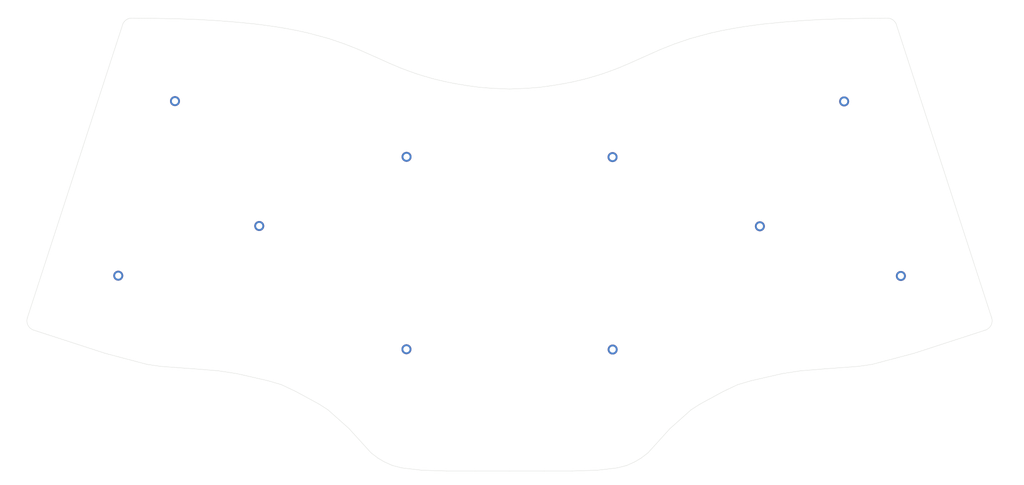
<source format=kicad_pcb>
(kicad_pcb (version 20211014) (generator pcbnew)
  (layers (0 "F.Cu" signal) (31 "B.Cu" signal) (34 "B.Paste" user) (35 "F.Paste" user) (36 "B.SilkS" user "B.Silkscreen") (37 "F.SilkS" user "F.Silkscreen") (38 "B.Mask" user) (39 "F.Mask" user) (44 "Edge.Cuts" user))
  (net 0 "")
  (net 1 "GND")
  (footprint "" (layer "F.Cu") (at 319.760783 59.788673 18)
    (fp_text reference "" (at 0 0 18) (layer "F.SilkS") (effects (font (size 1.27 1.27))))
    (fp_text value "" (at 0 0 18) (layer "F.SilkS") (effects (font (size 1.27 1.27))))
    (pad "" thru_hole circle locked (at 0 0 108) (size 3.2 3.2) (drill 2) (layers *.Cu *.Mask "Dwgs.User") (clearance 0.3))
  )
  (footprint "" (layer "F.Cu") (at 337.960725 115.802333 18)
    (fp_text reference "" (at 0 0 18) (layer "F.SilkS") (effects (font (size 1.27 1.27))))
    (fp_text value "" (at 0 0 18) (layer "F.SilkS") (effects (font (size 1.27 1.27))))
    (pad "" thru_hole circle locked (at 0 0 108) (size 3.2 3.2) (drill 2) (layers *.Cu *.Mask "Dwgs.User") (clearance 0.3))
  )
  (footprint "" (layer "F.Cu") (at 245.445569 77.658341 18)
    (fp_text reference "" (at 0 0 18) (layer "F.SilkS") (effects (font (size 1.27 1.27))))
    (fp_text value "" (at 0 0 18) (layer "F.SilkS") (effects (font (size 1.27 1.27))))
    (pad "" thru_hole circle locked (at 0 0 108) (size 3.2 3.2) (drill 2) (layers *.Cu *.Mask "Dwgs.User") (clearance 0.3))
  )
  (footprint "" (layer "F.Cu") (at 292.718523 99.855343 18)
    (fp_text reference "" (at 0 0 18) (layer "F.SilkS") (effects (font (size 1.27 1.27))))
    (fp_text value "" (at 0 0 18) (layer "F.SilkS") (effects (font (size 1.27 1.27))))
    (pad "" thru_hole circle locked (at 0 0 108) (size 3.2 3.2) (drill 2) (layers *.Cu *.Mask "Dwgs.User") (clearance 0.3))
  )
  (footprint "" (layer "F.Cu") (at 245.478828 139.407797 18)
    (fp_text reference "" (at 0 0 18) (layer "F.SilkS") (effects (font (size 1.27 1.27))))
    (fp_text value "" (at 0 0 18) (layer "F.SilkS") (effects (font (size 1.27 1.27))))
    (pad "" thru_hole circle locked (at 0 0 108) (size 3.2 3.2) (drill 2) (layers *.Cu *.Mask "Dwgs.User") (clearance 0.3))
  )
  (footprint "" (layer "B.Cu") (at 179.339986 77.567254 162)
    (fp_text reference "" (at 0 0 162) (layer "B.SilkS") (effects (font (size 1.27 1.27)) (justify mirror)))
    (fp_text value "" (at 0 0 162) (layer "B.SilkS") (effects (font (size 1.27 1.27)) (justify mirror)))
    (pad "" thru_hole circle locked (at 0 0 252) (size 3.2 3.2) (drill 2) (layers *.Cu *.Mask "Dwgs.User") (clearance 0.3))
  )
  (footprint "" (layer "B.Cu") (at 179.306725 139.316714 162)
    (fp_text reference "" (at 0 0 162) (layer "B.SilkS") (effects (font (size 1.27 1.27)) (justify mirror)))
    (fp_text value "" (at 0 0 162) (layer "B.SilkS") (effects (font (size 1.27 1.27)) (justify mirror)))
    (pad "" thru_hole circle locked (at 0 0 252) (size 3.2 3.2) (drill 2) (layers *.Cu *.Mask "Dwgs.User") (clearance 0.3))
  )
  (footprint "" (layer "B.Cu") (at 105.024771 59.697588 162)
    (fp_text reference "" (at 0 0 162) (layer "B.SilkS") (effects (font (size 1.27 1.27)) (justify mirror)))
    (fp_text value "" (at 0 0 162) (layer "B.SilkS") (effects (font (size 1.27 1.27)) (justify mirror)))
    (pad "" thru_hole circle locked (at 0 0 252) (size 3.2 3.2) (drill 2) (layers *.Cu *.Mask "Dwgs.User") (clearance 0.3))
  )
  (footprint "" (layer "B.Cu") (at 132.067033 99.76426 162)
    (fp_text reference "" (at 0 0 162) (layer "B.SilkS") (effects (font (size 1.27 1.27)) (justify mirror)))
    (fp_text value "" (at 0 0 162) (layer "B.SilkS") (effects (font (size 1.27 1.27)) (justify mirror)))
    (pad "" thru_hole circle locked (at 0 0 252) (size 3.2 3.2) (drill 2) (layers *.Cu *.Mask "Dwgs.User") (clearance 0.3))
  )
  (footprint "" (layer "B.Cu") (at 86.82483 115.71125 162)
    (fp_text reference "" (at 0 0 162) (layer "B.SilkS") (effects (font (size 1.27 1.27)) (justify mirror)))
    (fp_text value "" (at 0 0 162) (layer "B.SilkS") (effects (font (size 1.27 1.27)) (justify mirror)))
    (pad "" thru_hole circle locked (at 0 0 252) (size 3.2 3.2) (drill 2) (layers *.Cu *.Mask "Dwgs.User") (clearance 0.3))
  )
  (gr_line (start 202.623624 55.245565) (end 206.543159 55.56416) (layer "Edge.Cuts") (width 0.099999))
  (gr_line (start 335.594245 33.76461) (end 335.84821 34.018616) (layer "Edge.Cuts") (width 0.099999))
  (gr_line (start 150.620767 38.596805) (end 154.39563 39.624819) (layer "Edge.Cuts") (width 0.099999))
  (gr_line (start 318.041316 33.301431) (end 326.168503 33.130504) (layer "Edge.Cuts") (width 0.099999))
  (gr_line (start 285.593176 150.680249) (end 289.91178 149.412899) (layer "Edge.Cuts") (width 0.099999))
  (gr_line (start 246.906225 177.388368) (end 240.572823 178.138207) (layer "Edge.Cuts") (width 0.1))
  (gr_line (start 154.125063 158.757441) (end 157.833466 162.059445) (layer "Edge.Cuts") (width 0.099999))
  (gr_line (start 261.082017 43.015155) (end 263.211641 42.17455) (layer "Edge.Cuts") (width 0.099999))
  (gr_line (start 336.305396 34.628212) (end 336.457832 34.933011) (layer "Edge.Cuts") (width 0.099999))
  (gr_line (start 169.928288 45.786137) (end 173.929055 47.584946) (layer "Edge.Cuts") (width 0.099999))
  (gr_line (start 212.378814 178.392208) (end 201.202818 178.392208) (layer "Edge.Cuts") (width 0.1))
  (gr_line (start 281.021155 152.839245) (end 285.593176 150.680249) (layer "Edge.Cuts") (width 0.099999))
  (gr_line (start 313.533179 145.600245) (end 316.708354 145.375559) (layer "Edge.Cuts") (width 0.099999))
  (gr_line (start 326.168503 33.130504) (end 331.122863 33.075925) (layer "Edge.Cuts") (width 0.099999))
  (gr_line (start 305.786351 146.23756) (end 299.944157 147.124248) (layer "Edge.Cuts") (width 0.099999))
  (gr_line (start 313.533179 145.600245) (end 305.786351 146.23756) (layer "Edge.Cuts") (width 0.099999))
  (gr_line (start 250.828584 47.584945) (end 254.829351 45.786136) (layer "Edge.Cuts") (width 0.099999))
  (gr_line (start 293.955467 34.947131) (end 300.16032 34.338352) (layer "Edge.Cuts") (width 0.099999))
  (gr_line (start 82.585873 140.616654) (end 96.047873 144.172653) (layer "Edge.Cuts") (width 0.1))
  (gr_line (start 187.980618 52.548177) (end 191.760136 53.449279) (layer "Edge.Cuts") (width 0.099999))
  (gr_arc (start 59.740927 133.193879) (mid 57.867814 131.633427) (end 57.669445 129.203568) (layer "Edge.Cuts") (width 0.1))
  (gr_line (start 140.283566 36.311482) (end 144.448464 37.099625) (layer "Edge.Cuts") (width 0.099999))
  (gr_line (start 254.575578 174.26224) (end 256.812225 172.562369) (layer "Edge.Cuts") (width 0.099999))
  (gr_line (start 335.84821 34.018616) (end 336.102241 34.323409) (layer "Edge.Cuts") (width 0.099999))
  (gr_line (start 244.942696 49.961219) (end 247.199249 49.115966) (layer "Edge.Cuts") (width 0.099999))
  (gr_line (start 106.716321 33.30143) (end 112.55438 33.515506) (layer "Edge.Cuts") (width 0.099999))
  (gr_line (start 163.675623 43.015154) (end 166.176695 44.123543) (layer "Edge.Cuts") (width 0.099999))
  (gr_line (start 90.94141 33.053409) (end 93.634775 33.075925) (layer "Edge.Cuts") (width 0.099999))
  (gr_line (start 112.55438 33.515506) (end 118.514711 33.86114) (layer "Edge.Cuts") (width 0.099999))
  (gr_line (start 328.709765 144.172651) (end 342.171766 140.616653) (layer "Edge.Cuts") (width 0.1))
  (gr_line (start 194.914394 54.073282) (end 198.830127 54.72521) (layer "Edge.Cuts") (width 0.099999))
  (gr_line (start 270.362009 39.624821) (end 274.136873 38.596806) (layer "Edge.Cuts") (width 0.099999))
  (gr_line (start 218.227159 55.564158) (end 222.134016 55.245564) (layer "Edge.Cuts") (width 0.099999))
  (gr_line (start 174.803402 176.62638) (end 177.851413 177.388368) (layer "Edge.Cuts") (width 0.099999))
  (gr_line (start 249.954239 176.626377) (end 252.59584 175.432577) (layer "Edge.Cuts") (width 0.099999))
  (gr_line (start 124.81348 147.124248) (end 118.971286 146.237562) (layer "Edge.Cuts") (width 0.099999))
  (gr_line (start 124.597317 34.338352) (end 130.802169 34.947131) (layer "Edge.Cuts") (width 0.099999))
  (gr_line (start 334.832218 33.307416) (end 335.238623 33.51061) (layer "Edge.Cuts") (width 0.099999))
  (gr_line (start 108.049284 145.37556) (end 111.224462 145.600244) (layer "Edge.Cuts") (width 0.099999))
  (gr_line (start 159.416372 41.333948) (end 161.545997 42.174554) (layer "Edge.Cuts") (width 0.099999))
  (gr_line (start 144.448464 37.099625) (end 147.851906 37.859846) (layer "Edge.Cuts") (width 0.099999))
  (gr_line (start 236.777017 52.548177) (end 239.795052 51.674998) (layer "Edge.Cuts") (width 0.099999))
  (gr_line (start 225.927509 54.72521) (end 229.843246 54.073282) (layer "Edge.Cuts") (width 0.099999))
  (gr_line (start 336.457832 34.933011) (end 360.004928 107.403517) (layer "Edge.Cuts") (width 0.1))
  (gr_line (start 184.184817 178.13821) (end 177.851413 177.388368) (layer "Edge.Cuts") (width 0.1))
  (gr_line (start 179.814943 49.96122) (end 182.574483 50.95201) (layer "Edge.Cuts") (width 0.099999))
  (gr_line (start 151.280278 156.928647) (end 154.125063 158.757441) (layer "Edge.Cuts") (width 0.099999))
  (gr_line (start 151.280278 156.928647) (end 143.737369 152.83758) (layer "Edge.Cuts") (width 0.099999))
  (gr_line (start 306.242928 33.861141) (end 312.20326 33.515505) (layer "Edge.Cuts") (width 0.099999))
  (gr_line (start 88.299805 34.933008) (end 88.452241 34.628213) (layer "Edge.Cuts") (width 0.099999))
  (gr_line (start 89.925419 33.307414) (end 90.331821 33.155013) (layer "Edge.Cuts") (width 0.099999))
  (gr_line (start 172.1618 175.432576) (end 174.803402 176.62638) (layer "Edge.Cuts") (width 0.099999))
  (gr_line (start 239.795052 51.674998) (end 242.183157 50.952008) (layer "Edge.Cuts") (width 0.099999))
  (gr_line (start 167.945413 172.562368) (end 160.881488 164.777232) (layer "Edge.Cuts") (width 0.1))
  (gr_line (start 254.829351 45.786136) (end 258.580943 44.123545) (layer "Edge.Cuts") (width 0.099999))
  (gr_line (start 198.830127 54.72521) (end 202.623624 55.245565) (layer "Edge.Cuts") (width 0.099999))
  (gr_line (start 324.288351 144.81556) (end 328.709765 144.172651) (layer "Edge.Cuts") (width 0.1))
  (gr_line (start 300.16032 34.338352) (end 306.242928 33.861141) (layer "Edge.Cuts") (width 0.099999))
  (gr_line (start 258.580943 44.123545) (end 261.082017 43.015155) (layer "Edge.Cuts") (width 0.099999))
  (gr_line (start 89.163395 33.76461) (end 89.519015 33.510612) (layer "Edge.Cuts") (width 0.099999))
  (gr_line (start 299.944157 147.124248) (end 289.91178 149.412899) (layer "Edge.Cuts") (width 0.099999))
  (gr_line (start 333.81623 33.053409) (end 334.425819 33.155011) (layer "Edge.Cuts") (width 0.099999))
  (gr_line (start 118.514711 33.86114) (end 124.597317 34.338352) (layer "Edge.Cuts") (width 0.099999))
  (gr_line (start 88.909428 34.018612) (end 89.163395 33.76461) (layer "Edge.Cuts") (width 0.099999))
  (gr_line (start 223.554822 178.392207) (end 212.37882 178.392209) (layer "Edge.Cuts") (width 0.1))
  (gr_line (start 291.172649 35.303345) (end 293.955467 34.947131) (layer "Edge.Cuts") (width 0.099999))
  (gr_line (start 157.833466 162.059445) (end 160.881488 164.777232) (layer "Edge.Cuts") (width 0.099999))
  (gr_line (start 266.924169 162.059442) (end 270.632574 158.757441) (layer "Edge.Cuts") (width 0.099999))
  (gr_line (start 192.312814 178.392208) (end 184.184817 178.13821) (layer "Edge.Cuts") (width 0.1))
  (gr_line (start 335.238623 33.51061) (end 335.594245 33.76461) (layer "Edge.Cuts") (width 0.099999))
  (gr_line (start 98.589134 33.130506) (end 106.716321 33.30143) (layer "Edge.Cuts") (width 0.099999))
  (gr_line (start 134.845862 149.4129) (end 124.81348 147.124248) (layer "Edge.Cuts") (width 0.099999))
  (gr_line (start 240.572823 178.138207) (end 232.44482 178.392209) (layer "Edge.Cuts") (width 0.1))
  (gr_line (start 134.845862 149.4129) (end 139.164462 150.680249) (layer "Edge.Cuts") (width 0.099999))
  (gr_arc (start 367.088194 129.203569) (mid 366.889825 131.633424) (end 365.016716 133.193877) (layer "Edge.Cuts") (width 0.1))
  (gr_line (start 242.183157 50.952008) (end 244.942696 49.961219) (layer "Edge.Cuts") (width 0.099999))
  (gr_line (start 166.176695 44.123543) (end 169.928288 45.786137) (layer "Edge.Cuts") (width 0.099999))
  (gr_line (start 64.752712 107.403517) (end 88.299805 34.933008) (layer "Edge.Cuts") (width 0.1))
  (gr_line (start 316.708354 145.375559) (end 324.288351 144.81556) (layer "Edge.Cuts") (width 0.1))
  (gr_line (start 59.740927 133.193879) (end 64.468246 134.729879) (layer "Edge.Cuts") (width 0.1))
  (gr_line (start 100.469285 144.81556) (end 108.049284 145.37556) (layer "Edge.Cuts") (width 0.1))
  (gr_line (start 342.171766 140.616653) (end 360.289393 134.729876) (layer "Edge.Cuts") (width 0.1))
  (gr_line (start 270.632574 158.757441) (end 273.477359 156.928645) (layer "Edge.Cuts") (width 0.099999))
  (gr_line (start 191.760136 53.449279) (end 194.914394 54.073282) (layer "Edge.Cuts") (width 0.099999))
  (gr_line (start 232.997501 53.449279) (end 236.777017 52.548177) (layer "Edge.Cuts") (width 0.099999))
  (gr_line (start 182.574483 50.95201) (end 184.962586 51.674997) (layer "Edge.Cuts") (width 0.099999))
  (gr_line (start 246.906225 177.388368) (end 249.954239 176.626377) (layer "Edge.Cuts") (width 0.099999))
  (gr_line (start 184.962586 51.674997) (end 187.980618 52.548177) (layer "Edge.Cuts") (width 0.099999))
  (gr_line (start 93.634775 33.075925) (end 98.589134 33.130506) (layer "Edge.Cuts") (width 0.099999))
  (gr_line (start 281.021155 152.839245) (end 273.477359 156.928645) (layer "Edge.Cuts") (width 0.099999))
  (gr_line (start 88.452241 34.628213) (end 88.655399 34.323407) (layer "Edge.Cuts") (width 0.099999))
  (gr_line (start 118.971286 146.237562) (end 111.224462 145.600244) (layer "Edge.Cuts") (width 0.099999))
  (gr_line (start 232.44482 178.392209) (end 223.554822 178.392207) (layer "Edge.Cuts") (width 0.1))
  (gr_line (start 263.876149 164.777232) (end 266.924169 162.059442) (layer "Edge.Cuts") (width 0.099999))
  (gr_line (start 331.122863 33.075925) (end 333.81623 33.053409) (layer "Edge.Cuts") (width 0.099999))
  (gr_line (start 336.102241 34.323409) (end 336.305396 34.628212) (layer "Edge.Cuts") (width 0.099999))
  (gr_line (start 177.558392 49.115966) (end 179.814943 49.96122) (layer "Edge.Cuts") (width 0.099999))
  (gr_line (start 247.199249 49.115966) (end 250.828584 47.584945) (layer "Edge.Cuts") (width 0.099999))
  (gr_line (start 360.004928 107.403517) (end 367.088194 129.203569) (layer "Edge.Cuts") (width 0.1))
  (gr_line (start 147.851906 37.859846) (end 150.620767 38.596805) (layer "Edge.Cuts") (width 0.099999))
  (gr_line (start 229.843246 54.073282) (end 232.997501 53.449279) (layer "Edge.Cuts") (width 0.099999))
  (gr_line (start 167.945413 172.562368) (end 170.182065 174.262243) (layer "Edge.Cuts") (width 0.099999))
  (gr_line (start 334.425819 33.155011) (end 334.832218 33.307416) (layer "Edge.Cuts") (width 0.099999))
  (gr_line (start 201.202818 178.392208) (end 192.312814 178.392208) (layer "Edge.Cuts") (width 0.1))
  (gr_line (start 360.289393 134.729876) (end 365.016716 133.193877) (layer "Edge.Cuts") (width 0.1))
  (gr_line (start 265.341263 41.333949) (end 270.362009 39.624821) (layer "Edge.Cuts") (width 0.099999))
  (gr_line (start 137.251567 35.819046) (end 140.283566 36.311482) (layer "Edge.Cuts") (width 0.099999))
  (gr_line (start 64.468246 134.729879) (end 82.585873 140.616654) (layer "Edge.Cuts") (width 0.1))
  (gr_line (start 90.331821 33.155013) (end 90.94141 33.053409) (layer "Edge.Cuts") (width 0.099999))
  (gr_line (start 154.39563 39.624819) (end 159.416372 41.333948) (layer "Edge.Cuts") (width 0.099999))
  (gr_line (start 130.802169 34.947131) (end 133.584991 35.303343) (layer "Edge.Cuts") (width 0.099999))
  (gr_line (start 252.59584 175.432577) (end 254.575578 174.26224) (layer "Edge.Cuts") (width 0.099999))
  (gr_line (start 89.519015 33.510612) (end 89.925419 33.307414) (layer "Edge.Cuts") (width 0.099999))
  (gr_line (start 212.385159 55.81816) (end 218.227159 55.564158) (layer "Edge.Cuts") (width 0.099999))
  (gr_line (start 206.543159 55.56416) (end 212.385159 55.81816) (layer "Edge.Cuts") (width 0.099999))
  (gr_line (start 139.164462 150.680249) (end 143.737369 152.83758) (layer "Edge.Cuts") (width 0.099999))
  (gr_line (start 263.876149 164.777232) (end 256.812225 172.562369) (layer "Edge.Cuts") (width 0.1))
  (gr_line (start 222.134016 55.245564) (end 225.927509 54.72521) (layer "Edge.Cuts") (width 0.099999))
  (gr_line (start 287.506068 35.819046) (end 291.172649 35.303345) (layer "Edge.Cuts") (width 0.099999))
  (gr_line (start 276.905733 37.85985) (end 280.309177 37.099626) (layer "Edge.Cuts") (width 0.099999))
  (gr_line (start 280.309177 37.099626) (end 284.474071 36.311482) (layer "Edge.Cuts") (width 0.099999))
  (gr_line (start 170.182065 174.262243) (end 172.1618 175.432576) (layer "Edge.Cuts") (width 0.099999))
  (gr_line (start 133.584991 35.303343) (end 137.251567 35.819046) (layer "Edge.Cuts") (width 0.099999))
  (gr_line (start 263.211641 42.17455) (end 265.341263 41.333949) (layer "Edge.Cuts") (width 0.099999))
  (gr_line (start 96.047873 144.172653) (end 100.469285 144.81556) (layer "Edge.Cuts") (width 0.1))
  (gr_line (start 173.929055 47.584946) (end 177.558392 49.115966) (layer "Edge.Cuts") (width 0.099999))
  (gr_line (start 312.20326 33.515505) (end 318.041316 33.301431) (layer "Edge.Cuts") (width 0.099999))
  (gr_line (start 88.655399 34.323407) (end 88.909428 34.018612) (layer "Edge.Cuts") (width 0.099999))
  (gr_line (start 161.545997 42.174554) (end 163.675623 43.015154) (layer "Edge.Cuts") (width 0.099999))
  (gr_line (start 274.136873 38.596806) (end 276.905733 37.85985) (layer "Edge.Cuts") (width 0.099999))
  (gr_line (start 284.474071 36.311482) (end 287.506068 35.819046) (layer "Edge.Cuts") (width 0.099999))
  (gr_line (start 57.669445 129.203568) (end 64.752712 107.403517) (layer "Edge.Cuts") (width 0.1))
)
</source>
